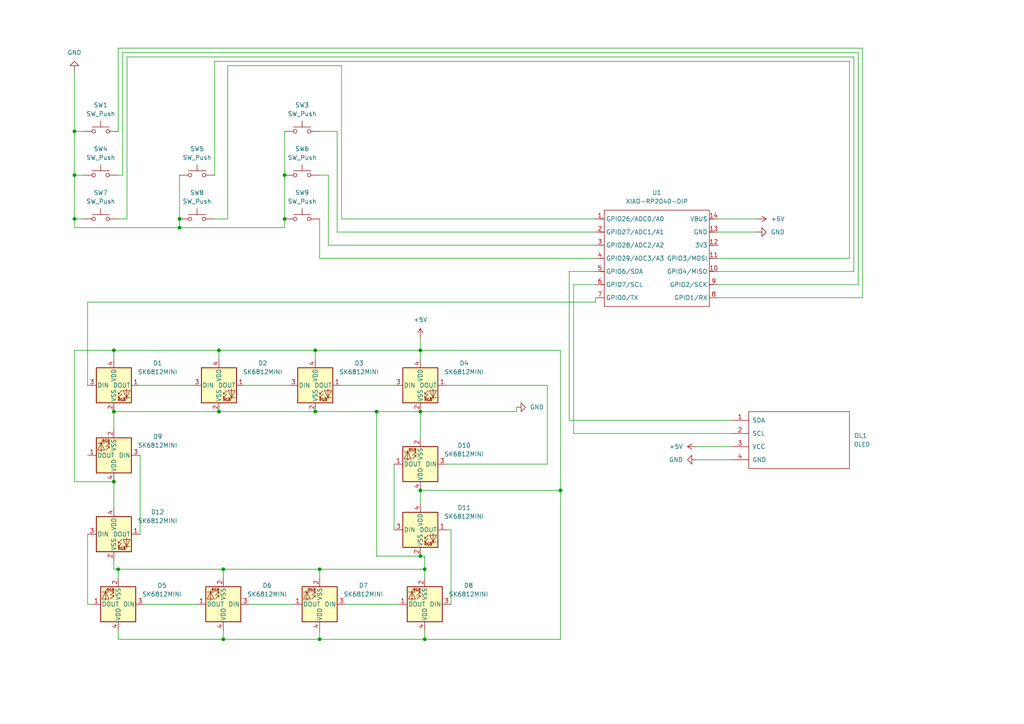
<source format=kicad_sch>
(kicad_sch (version 20250114) (generator "eeschema") (generator_version "9.0")
  (paper "A4")
  (lib_symbols
    (symbol "LED:SK6812MINI" (pin_names (offset 0.254))
      (property "Reference" "D" (at 5.08 5.715 0))
      (property "Value" "SK6812MINI" (at 1.27 -5.715 0))
      (symbol "SK6812MINI_0_0"
        (text "RGB" (at 2.286 -4.191 0) (effects (font (size 0.762 0.762))))
      )
      (symbol "SK6812MINI_0_1"
        (polyline (pts (xy 1.27 -2.54) (xy 1.778 -2.54)))
        (polyline (pts (xy 1.27 -3.556) (xy 1.778 -3.556)))
        (polyline (pts (xy 2.286 -1.524) (xy 1.27 -2.54) (xy 1.27 -2.032)))
        (polyline (pts (xy 2.286 -2.54) (xy 1.27 -3.556) (xy 1.27 -3.048)))
        (polyline (pts (xy 3.683 -1.016) (xy 3.683 -3.556) (xy 3.683 -4.064)))
        (polyline (pts (xy 4.699 -1.524) (xy 2.667 -1.524) (xy 3.683 -3.556) (xy 4.699 -1.524)))
        (polyline (pts (xy 4.699 -3.556) (xy 2.667 -3.556)))
        (rectangle (start 5.08 5.08) (end -5.08 -5.08) (stroke (width 0.254)) (fill (type background)))
      )
      (symbol "SK6812MINI_1_1"
        (pin input line (at -7.62 0 0) (length 2.54) (name "DIN") (number "3"))
        (pin power_in line (at 0 7.62 270) (length 2.54) (name "VDD") (number "4"))
        (pin power_in line (at 0 -7.62 90) (length 2.54) (name "VSS") (number "2"))
        (pin output line (at 7.62 0 180) (length 2.54) (name "DOUT") (number "1"))
      )
    )
    (symbol "OLED:OLED" (pin_names (offset 1.016))
      (property "Reference" "OL" (at 0 2.54 0))
      (property "Value" "OLED" (at 0 -1.27 0))
      (symbol "OLED_0_1"
        (rectangle (start -13.97 8.89) (end 15.24 -7.62))
      )
      (symbol "OLED_1_1"
        (pin bidirectional line (at -19.05 6.35 0) (length 5.08) (name "SDA") (number "1"))
        (pin bidirectional line (at -19.05 2.54 0) (length 5.08) (name "SCL") (number "2"))
        (pin power_in line (at -19.05 -1.27 0) (length 5.08) (name "VCC") (number "3"))
        (pin power_in line (at -19.05 -5.08 0) (length 5.08) (name "GND") (number "4"))
      )
    )
    (symbol "OPL:XIAO-RP2040-DIP"
      (property "Reference" "U" (at 0 0 0))
      (property "Value" "XIAO-RP2040-DIP" (at 5.334 -1.778 0))
      (symbol "XIAO-RP2040-DIP_1_0"
        (polyline (pts (xy -1.27 -2.54) (xy 29.21 -2.54)) (stroke (width 0.1524)))
        (polyline (pts (xy -1.27 -5.08) (xy -2.54 -5.08)) (stroke (width 0.1524)))
        (polyline (pts (xy -1.27 -5.08) (xy -1.27 -2.54)) (stroke (width 0.1524)))
        (polyline (pts (xy -1.27 -8.89) (xy -2.54 -8.89)) (stroke (width 0.1524)))
        (polyline (pts (xy -1.27 -8.89) (xy -1.27 -5.08)) (stroke (width 0.1524)))
        (polyline (pts (xy -1.27 -12.7) (xy -2.54 -12.7)) (stroke (width 0.1524)))
        (polyline (pts (xy -1.27 -12.7) (xy -1.27 -8.89)) (stroke (width 0.1524)))
        (polyline (pts (xy -1.27 -16.51) (xy -2.54 -16.51)) (stroke (width 0.1524)))
        (polyline (pts (xy -1.27 -16.51) (xy -1.27 -12.7)) (stroke (width 0.1524)))
        (polyline (pts (xy -1.27 -20.32) (xy -2.54 -20.32)) (stroke (width 0.1524)))
        (polyline (pts (xy -1.27 -24.13) (xy -2.54 -24.13)) (stroke (width 0.1524)))
        (polyline (pts (xy -1.27 -27.94) (xy -2.54 -27.94)) (stroke (width 0.1524)))
        (polyline (pts (xy -1.27 -30.48) (xy -1.27 -16.51)) (stroke (width 0.1524)))
        (polyline (pts (xy 29.21 -2.54) (xy 29.21 -5.08)) (stroke (width 0.1524)))
        (polyline (pts (xy 29.21 -5.08) (xy 29.21 -8.89)) (stroke (width 0.1524)))
        (polyline (pts (xy 29.21 -8.89) (xy 29.21 -12.7)) (stroke (width 0.1524)))
        (polyline (pts (xy 29.21 -12.7) (xy 29.21 -30.48)) (stroke (width 0.1524)))
        (polyline (pts (xy 29.21 -30.48) (xy -1.27 -30.48)) (stroke (width 0.1524)))
        (polyline (pts (xy 30.48 -5.08) (xy 29.21 -5.08)) (stroke (width 0.1524)))
        (polyline (pts (xy 30.48 -8.89) (xy 29.21 -8.89)) (stroke (width 0.1524)))
        (polyline (pts (xy 30.48 -12.7) (xy 29.21 -12.7)) (stroke (width 0.1524)))
        (polyline (pts (xy 30.48 -16.51) (xy 29.21 -16.51)) (stroke (width 0.1524)))
        (polyline (pts (xy 30.48 -20.32) (xy 29.21 -20.32)) (stroke (width 0.1524)))
        (polyline (pts (xy 30.48 -24.13) (xy 29.21 -24.13)) (stroke (width 0.1524)))
        (polyline (pts (xy 30.48 -27.94) (xy 29.21 -27.94)) (stroke (width 0.1524)))
        (pin passive line (at -3.81 -5.08 0) (length 2.54) (name "GPIO26/ADC0/A0") (number "1"))
        (pin passive line (at -3.81 -8.89 0) (length 2.54) (name "GPIO27/ADC1/A1") (number "2"))
        (pin passive line (at -3.81 -12.7 0) (length 2.54) (name "GPIO28/ADC2/A2") (number "3"))
        (pin passive line (at -3.81 -16.51 0) (length 2.54) (name "GPIO29/ADC3/A3") (number "4"))
        (pin passive line (at -3.81 -20.32 0) (length 2.54) (name "GPIO6/SDA") (number "5"))
        (pin passive line (at -3.81 -24.13 0) (length 2.54) (name "GPIO7/SCL") (number "6"))
        (pin passive line (at -3.81 -27.94 0) (length 2.54) (name "GPIO0/TX") (number "7"))
        (pin passive line (at 31.75 -5.08 180) (length 2.54) (name "VBUS") (number "14"))
        (pin passive line (at 31.75 -8.89 180) (length 2.54) (name "GND") (number "13"))
        (pin passive line (at 31.75 -12.7 180) (length 2.54) (name "3V3") (number "12"))
        (pin passive line (at 31.75 -16.51 180) (length 2.54) (name "GPIO3/MOSI") (number "11"))
        (pin passive line (at 31.75 -20.32 180) (length 2.54) (name "GPIO4/MISO") (number "10"))
        (pin passive line (at 31.75 -24.13 180) (length 2.54) (name "GPIO2/SCK") (number "9"))
        (pin passive line (at 31.75 -27.94 180) (length 2.54) (name "GPIO1/RX") (number "8"))
      )
    )
    (symbol "Switch:SW_Push" (pin_numbers (hide yes)) (pin_names (offset 1.016) (hide yes))
      (property "Reference" "SW" (at 1.27 2.54 0))
      (property "Value" "SW_Push" (at 0 -1.524 0))
      (symbol "SW_Push_0_1"
        (circle (center -2.032 0) (radius 0.508))
        (polyline (pts (xy 0 1.27) (xy 0 3.048)))
        (circle (center 2.032 0) (radius 0.508))
        (polyline (pts (xy 2.54 1.27) (xy -2.54 1.27)))
        (pin passive line (at -5.08 0 0) (length 2.54) (name "1") (number "1"))
        (pin passive line (at 5.08 0 180) (length 2.54) (name "2") (number "2"))
      )
    )
    (symbol "power:+5V" (power) (pin_numbers (hide yes)) (pin_names (offset 0) (hide yes))
      (property "Value" "+5V" (at 0 3.556 0))
      (symbol "+5V_0_1"
        (polyline (pts (xy -0.762 1.27) (xy 0 2.54)))
        (polyline (pts (xy 0 2.54) (xy 0.762 1.27)))
        (polyline (pts (xy 0 0) (xy 0 2.54)))
      )
      (symbol "+5V_1_1"
        (pin power_in line (at 0 0 90) (length 0) (name "~") (number "1"))
      )
    )
    (symbol "power:GND" (power) (pin_numbers (hide yes)) (pin_names (offset 0) (hide yes))
      (property "Value" "GND" (at 0 -3.81 0))
      (symbol "GND_0_1"
        (polyline (pts (xy 0 0) (xy 0 -1.27) (xy 1.27 -1.27) (xy 0 -2.54) (xy -1.27 -1.27) (xy 0 -1.27)))
      )
      (symbol "GND_1_1"
        (pin power_in line (at 0 0 270) (length 0) (name "~") (number "1"))
      )
    )
  )
  (junction (at 64.77 165.1))
  (junction (at 52.07 66.04))
  (junction (at 34.29 165.1))
  (junction (at 109.22 119.38))
  (junction (at 92.71 185.42))
  (junction (at 63.5 101.6))
  (junction (at 33.02 139.7))
  (junction (at 121.92 101.6))
  (junction (at 52.07 63.5))
  (junction (at 63.5 119.38))
  (junction (at 121.92 119.38))
  (junction (at 92.71 165.1))
  (junction (at 123.19 165.1))
  (junction (at 91.44 101.6))
  (junction (at 121.92 161.29))
  (junction (at 82.55 63.5))
  (junction (at 91.44 119.38))
  (junction (at 162.56 142.24))
  (junction (at 121.92 142.24))
  (junction (at 21.59 63.5))
  (junction (at 82.55 50.8))
  (junction (at 33.02 101.6))
  (junction (at 21.59 38.1))
  (junction (at 123.19 185.42))
  (junction (at 33.02 119.38))
  (junction (at 64.77 185.42))
  (junction (at 21.59 50.8))
  (wire (pts (xy 91.44 101.6) (xy 121.92 101.6)))
  (wire (pts (xy 63.5 101.6) (xy 91.44 101.6)))
  (wire (pts (xy 21.59 139.7) (xy 21.59 101.6)))
  (wire (pts (xy 71.12 111.76) (xy 83.82 111.76)))
  (wire (pts (xy 121.92 142.24) (xy 162.56 142.24)))
  (wire (pts (xy 40.64 132.08) (xy 40.64 154.94)))
  (wire (pts (xy 34.29 13.97) (xy 250.19 13.97)))
  (wire (pts (xy 21.59 66.04) (xy 21.59 63.5)))
  (wire (pts (xy 92.71 38.1) (xy 97.79 38.1)))
  (wire (pts (xy 95.25 50.8) (xy 95.25 71.12)))
  (wire (pts (xy 25.4 87.63) (xy 172.72 87.63)))
  (wire (pts (xy 33.02 139.7) (xy 33.02 147.32)))
  (wire (pts (xy 165.1 78.74) (xy 172.72 78.74)))
  (wire (pts (xy 33.02 119.38) (xy 33.02 124.46)))
  (wire (pts (xy 82.55 50.8) (xy 82.55 63.5)))
  (wire (pts (xy 33.02 162.56) (xy 33.02 165.1)))
  (wire (pts (xy 247.65 78.74) (xy 208.28 78.74)))
  (wire (pts (xy 123.19 167.64) (xy 123.19 165.1)))
  (wire (pts (xy 64.77 185.42) (xy 92.71 185.42)))
  (wire (pts (xy 162.56 142.24) (xy 162.56 101.6)))
  (wire (pts (xy 149.86 119.38) (xy 149.86 118.11)))
  (wire (pts (xy 66.04 63.5) (xy 66.04 19.05)))
  (wire (pts (xy 123.19 185.42) (xy 162.56 185.42)))
  (wire (pts (xy 114.3 134.62) (xy 114.3 153.67)))
  (wire (pts (xy 91.44 119.38) (xy 109.22 119.38)))
  (wire (pts (xy 109.22 161.29) (xy 109.22 119.38)))
  (wire (pts (xy 121.92 97.79) (xy 121.92 101.6)))
  (wire (pts (xy 63.5 101.6) (xy 63.5 104.14)))
  (wire (pts (xy 248.92 15.24) (xy 248.92 82.55)))
  (wire (pts (xy 95.25 71.12) (xy 172.72 71.12)))
  (wire (pts (xy 121.92 142.24) (xy 121.92 146.05)))
  (wire (pts (xy 66.04 19.05) (xy 99.06 19.05)))
  (wire (pts (xy 21.59 50.8) (xy 24.13 50.8)))
  (wire (pts (xy 92.71 165.1) (xy 123.19 165.1)))
  (wire (pts (xy 34.29 185.42) (xy 64.77 185.42)))
  (wire (pts (xy 208.28 63.5) (xy 219.71 63.5)))
  (wire (pts (xy 82.55 38.1) (xy 82.55 50.8)))
  (wire (pts (xy 24.13 63.5) (xy 21.59 63.5)))
  (wire (pts (xy 99.06 63.5) (xy 172.72 63.5)))
  (wire (pts (xy 247.65 16.51) (xy 247.65 78.74)))
  (wire (pts (xy 208.28 67.31) (xy 219.71 67.31)))
  (wire (pts (xy 99.06 19.05) (xy 99.06 63.5)))
  (wire (pts (xy 158.75 111.76) (xy 158.75 134.62)))
  (wire (pts (xy 92.71 74.93) (xy 172.72 74.93)))
  (wire (pts (xy 64.77 165.1) (xy 92.71 165.1)))
  (wire (pts (xy 33.02 101.6) (xy 63.5 101.6)))
  (wire (pts (xy 92.71 63.5) (xy 92.71 74.93)))
  (wire (pts (xy 64.77 165.1) (xy 64.77 167.64)))
  (wire (pts (xy 21.59 38.1) (xy 21.59 50.8)))
  (wire (pts (xy 166.37 125.73) (xy 166.37 82.55)))
  (wire (pts (xy 24.13 38.1) (xy 21.59 38.1)))
  (wire (pts (xy 100.33 175.26) (xy 115.57 175.26)))
  (wire (pts (xy 201.93 129.54) (xy 212.09 129.54)))
  (wire (pts (xy 21.59 50.8) (xy 21.59 63.5)))
  (wire (pts (xy 33.02 119.38) (xy 63.5 119.38)))
  (wire (pts (xy 34.29 38.1) (xy 34.29 13.97)))
  (wire (pts (xy 121.92 119.38) (xy 149.86 119.38)))
  (wire (pts (xy 64.77 182.88) (xy 64.77 185.42)))
  (wire (pts (xy 52.07 66.04) (xy 82.55 66.04)))
  (wire (pts (xy 62.23 50.8) (xy 62.23 17.78)))
  (wire (pts (xy 34.29 182.88) (xy 34.29 185.42)))
  (wire (pts (xy 33.02 165.1) (xy 34.29 165.1)))
  (wire (pts (xy 91.44 101.6) (xy 91.44 104.14)))
  (wire (pts (xy 166.37 82.55) (xy 172.72 82.55)))
  (wire (pts (xy 129.54 111.76) (xy 158.75 111.76)))
  (wire (pts (xy 36.83 63.5) (xy 36.83 16.51)))
  (wire (pts (xy 82.55 63.5) (xy 82.55 66.04)))
  (wire (pts (xy 52.07 66.04) (xy 21.59 66.04)))
  (wire (pts (xy 41.91 175.26) (xy 57.15 175.26)))
  (wire (pts (xy 34.29 167.64) (xy 34.29 165.1)))
  (wire (pts (xy 21.59 20.32) (xy 21.59 38.1)))
  (wire (pts (xy 34.29 63.5) (xy 36.83 63.5)))
  (wire (pts (xy 92.71 165.1) (xy 92.71 167.64)))
  (wire (pts (xy 129.54 153.67) (xy 130.81 153.67)))
  (wire (pts (xy 72.39 175.26) (xy 85.09 175.26)))
  (wire (pts (xy 62.23 17.78) (xy 246.38 17.78)))
  (wire (pts (xy 52.07 63.5) (xy 52.07 66.04)))
  (wire (pts (xy 92.71 50.8) (xy 95.25 50.8)))
  (wire (pts (xy 250.19 86.36) (xy 208.28 86.36)))
  (wire (pts (xy 123.19 182.88) (xy 123.19 185.42)))
  (wire (pts (xy 250.19 13.97) (xy 250.19 86.36)))
  (wire (pts (xy 99.06 111.76) (xy 114.3 111.76)))
  (wire (pts (xy 36.83 16.51) (xy 247.65 16.51)))
  (wire (pts (xy 123.19 161.29) (xy 121.92 161.29)))
  (wire (pts (xy 123.19 165.1) (xy 123.19 161.29)))
  (wire (pts (xy 201.93 133.35) (xy 212.09 133.35)))
  (wire (pts (xy 121.92 161.29) (xy 109.22 161.29)))
  (wire (pts (xy 92.71 182.88) (xy 92.71 185.42)))
  (wire (pts (xy 246.38 74.93) (xy 208.28 74.93)))
  (wire (pts (xy 97.79 38.1) (xy 97.79 67.31)))
  (wire (pts (xy 109.22 119.38) (xy 121.92 119.38)))
  (wire (pts (xy 162.56 142.24) (xy 162.56 185.42)))
  (wire (pts (xy 162.56 101.6) (xy 121.92 101.6)))
  (wire (pts (xy 97.79 67.31) (xy 172.72 67.31)))
  (wire (pts (xy 212.09 121.92) (xy 165.1 121.92)))
  (wire (pts (xy 40.64 111.76) (xy 55.88 111.76)))
  (wire (pts (xy 248.92 82.55) (xy 208.28 82.55)))
  (wire (pts (xy 25.4 154.94) (xy 25.4 175.26)))
  (wire (pts (xy 21.59 101.6) (xy 33.02 101.6)))
  (wire (pts (xy 165.1 121.92) (xy 165.1 78.74)))
  (wire (pts (xy 26.67 175.26) (xy 25.4 175.26)))
  (wire (pts (xy 121.92 119.38) (xy 121.92 127)))
  (wire (pts (xy 34.29 50.8) (xy 35.56 50.8)))
  (wire (pts (xy 130.81 153.67) (xy 130.81 175.26)))
  (wire (pts (xy 33.02 104.14) (xy 33.02 101.6)))
  (wire (pts (xy 34.29 165.1) (xy 64.77 165.1)))
  (wire (pts (xy 35.56 15.24) (xy 248.92 15.24)))
  (wire (pts (xy 92.71 185.42) (xy 123.19 185.42)))
  (wire (pts (xy 246.38 17.78) (xy 246.38 74.93)))
  (wire (pts (xy 158.75 134.62) (xy 129.54 134.62)))
  (wire (pts (xy 35.56 50.8) (xy 35.56 15.24)))
  (wire (pts (xy 121.92 101.6) (xy 121.92 104.14)))
  (wire (pts (xy 25.4 111.76) (xy 25.4 87.63)))
  (wire (pts (xy 172.72 87.63) (xy 172.72 86.36)))
  (wire (pts (xy 52.07 50.8) (xy 52.07 63.5)))
  (wire (pts (xy 212.09 125.73) (xy 166.37 125.73)))
  (wire (pts (xy 62.23 63.5) (xy 66.04 63.5)))
  (wire (pts (xy 33.02 139.7) (xy 21.59 139.7)))
  (wire (pts (xy 63.5 119.38) (xy 91.44 119.38)))
  (symbol (lib_id "Switch:SW_Push") (at 29.21 63.5 0) (unit 1)
    (property "Reference" "SW7" (at 29.21 55.88 0))
    (property "Value" "SW_Push" (at 29.21 58.42 0))
    (property "Footprint" "Button_Switch_Keyboard:SW_Cherry_MX_1.00u_PCB" (effects (hide yes)))
    (property "Description" "Push button switch, generic, two pins" (effects (hide yes)))
  )
  (symbol (lib_id "LED:SK6812MINI") (at 91.44 111.76 0) (unit 1)
    (property "Reference" "D3" (at 104.14 105.3398 0))
    (property "Value" "SK6812MINI" (at 104.14 107.8798 0))
    (property "Footprint" "LED_SMD:LED_SK6812MINI_PLCC4_3.5x3.5mm_P1.75mm" (effects (hide yes)))
    (property "Datasheet" "https://cdn-shop.adafruit.com/product-files/2686/SK6812MINI_REV.01-1-2.pdf" (effects (hide yes)))
    (property "Description" "RGB LED with integrated controller" (effects (hide yes)))
  )
  (symbol (lib_id "Switch:SW_Push") (at 87.63 50.8 0) (unit 1)
    (property "Reference" "SW6" (at 87.63 43.18 0))
    (property "Value" "SW_Push" (at 87.63 45.72 0))
    (property "Footprint" "Button_Switch_Keyboard:SW_Cherry_MX_1.00u_PCB" (effects (hide yes)))
    (property "Description" "Push button switch, generic, two pins" (effects (hide yes)))
  )
  (symbol (lib_id "power:+5V") (at 121.92 97.79 0) (unit 1)
    (property "Reference" "#PWR01" (effects (hide yes)))
    (property "Value" "+5V" (at 121.92 92.71 0))
    (property "Description" "Power symbol creates a global label with name \"+5V\"" (effects (hide yes)))
  )
  (symbol (lib_id "LED:SK6812MINI") (at 121.92 153.67 0) (unit 1)
    (property "Reference" "D11" (at 134.62 147.2498 0))
    (property "Value" "SK6812MINI" (at 134.62 149.7898 0))
    (property "Footprint" "LED_SMD:LED_SK6812MINI_PLCC4_3.5x3.5mm_P1.75mm" (effects (hide yes)))
    (property "Datasheet" "https://cdn-shop.adafruit.com/product-files/2686/SK6812MINI_REV.01-1-2.pdf" (effects (hide yes)))
    (property "Description" "RGB LED with integrated controller" (effects (hide yes)))
  )
  (symbol (lib_id "power:+5V") (at 201.93 129.54 90) (unit 1)
    (property "Reference" "#PWR06" (effects (hide yes)))
    (property "Value" "+5V" (at 198.12 129.5399 90) (effects (justify left)))
    (property "Description" "Power symbol creates a global label with name \"+5V\"" (effects (hide yes)))
  )
  (symbol (lib_id "Switch:SW_Push") (at 29.21 38.1 0) (unit 1)
    (property "Reference" "SW1" (at 29.21 30.48 0))
    (property "Value" "SW_Push" (at 29.21 33.02 0))
    (property "Footprint" "Button_Switch_Keyboard:SW_Cherry_MX_1.00u_PCB" (effects (hide yes)))
    (property "Description" "Push button switch, generic, two pins" (effects (hide yes)))
  )
  (symbol (lib_id "power:GND") (at 149.86 118.11 90) (unit 1)
    (property "Reference" "#PWR04" (effects (hide yes)))
    (property "Value" "GND" (at 153.67 118.1099 90) (effects (justify right)))
    (property "Description" "Power symbol creates a global label with name \"GND\" , ground" (effects (hide yes)))
  )
  (symbol (lib_id "LED:SK6812MINI") (at 33.02 111.76 0) (unit 1)
    (property "Reference" "D1" (at 45.72 105.3398 0))
    (property "Value" "SK6812MINI" (at 45.72 107.8798 0))
    (property "Footprint" "LED_SMD:LED_SK6812MINI_PLCC4_3.5x3.5mm_P1.75mm" (effects (hide yes)))
    (property "Datasheet" "https://cdn-shop.adafruit.com/product-files/2686/SK6812MINI_REV.01-1-2.pdf" (effects (hide yes)))
    (property "Description" "RGB LED with integrated controller" (effects (hide yes)))
  )
  (symbol (lib_id "OLED:OLED") (at 231.14 128.27 0) (unit 1)
    (property "Reference" "OL1" (at 247.65 126.365 0) (effects (font (size 1.2954 1.2954)) (justify left)))
    (property "Value" "OLED" (at 247.65 128.905 0) (effects (font (size 1.1938 1.1938)) (justify left)))
    (property "Footprint" "OLED:SSD1306-0.91-OLED-4pin-128x32" (effects (hide yes)))
  )
  (symbol (lib_id "OPL:XIAO-RP2040-DIP") (at 176.53 58.42 0) (unit 1)
    (property "Reference" "U1" (at 190.5 55.88 0))
    (property "Value" "XIAO-RP2040-DIP" (at 190.5 58.42 0))
    (property "Footprint" "OPL:XIAO-RP2040-DIP" (effects (hide yes)))
  )
  (symbol (lib_id "Switch:SW_Push") (at 87.63 63.5 0) (unit 1)
    (property "Reference" "SW9" (at 87.63 55.88 0))
    (property "Value" "SW_Push" (at 87.63 58.42 0))
    (property "Footprint" "Button_Switch_Keyboard:SW_Cherry_MX_1.00u_PCB" (effects (hide yes)))
    (property "Description" "Push button switch, generic, two pins" (effects (hide yes)))
  )
  (symbol (lib_id "LED:SK6812MINI") (at 121.92 134.62 180) (unit 1)
    (property "Reference" "D10" (at 134.62 129.1746 0))
    (property "Value" "SK6812MINI" (at 134.62 131.7146 0))
    (property "Footprint" "LED_SMD:LED_SK6812MINI_PLCC4_3.5x3.5mm_P1.75mm" (effects (hide yes)))
    (property "Datasheet" "https://cdn-shop.adafruit.com/product-files/2686/SK6812MINI_REV.01-1-2.pdf" (effects (hide yes)))
    (property "Description" "RGB LED with integrated controller" (effects (hide yes)))
  )
  (symbol (lib_id "LED:SK6812MINI") (at 63.5 111.76 0) (unit 1)
    (property "Reference" "D2" (at 76.2 105.3398 0))
    (property "Value" "SK6812MINI" (at 76.2 107.8798 0))
    (property "Footprint" "LED_SMD:LED_SK6812MINI_PLCC4_3.5x3.5mm_P1.75mm" (effects (hide yes)))
    (property "Datasheet" "https://cdn-shop.adafruit.com/product-files/2686/SK6812MINI_REV.01-1-2.pdf" (effects (hide yes)))
    (property "Description" "RGB LED with integrated controller" (effects (hide yes)))
  )
  (symbol (lib_id "LED:SK6812MINI") (at 123.19 175.26 180) (unit 1)
    (property "Reference" "D8" (at 135.89 169.8146 0))
    (property "Value" "SK6812MINI" (at 135.89 172.3546 0))
    (property "Footprint" "LED_SMD:LED_SK6812MINI_PLCC4_3.5x3.5mm_P1.75mm" (effects (hide yes)))
    (property "Datasheet" "https://cdn-shop.adafruit.com/product-files/2686/SK6812MINI_REV.01-1-2.pdf" (effects (hide yes)))
    (property "Description" "RGB LED with integrated controller" (effects (hide yes)))
  )
  (symbol (lib_id "power:GND") (at 219.71 67.31 90) (unit 1)
    (property "Reference" "#PWR02" (effects (hide yes)))
    (property "Value" "GND" (at 223.52 67.3099 90) (effects (justify right)))
    (property "Description" "Power symbol creates a global label with name \"GND\" , ground" (effects (hide yes)))
  )
  (symbol (lib_id "LED:SK6812MINI") (at 121.92 111.76 0) (unit 1)
    (property "Reference" "D4" (at 134.62 105.3398 0))
    (property "Value" "SK6812MINI" (at 134.62 107.8798 0))
    (property "Footprint" "LED_SMD:LED_SK6812MINI_PLCC4_3.5x3.5mm_P1.75mm" (effects (hide yes)))
    (property "Datasheet" "https://cdn-shop.adafruit.com/product-files/2686/SK6812MINI_REV.01-1-2.pdf" (effects (hide yes)))
    (property "Description" "RGB LED with integrated controller" (effects (hide yes)))
  )
  (symbol (lib_id "power:GND") (at 21.59 20.32 180) (unit 1)
    (property "Reference" "#PWR05" (effects (hide yes)))
    (property "Value" "GND" (at 21.59 15.24 0))
    (property "Description" "Power symbol creates a global label with name \"GND\" , ground" (effects (hide yes)))
  )
  (symbol (lib_id "power:GND") (at 201.93 133.35 270) (unit 1)
    (property "Reference" "#PWR07" (effects (hide yes)))
    (property "Value" "GND" (at 198.12 133.3499 90) (effects (justify right)))
    (property "Description" "Power symbol creates a global label with name \"GND\" , ground" (effects (hide yes)))
  )
  (symbol (lib_id "LED:SK6812MINI") (at 33.02 154.94 0) (unit 1)
    (property "Reference" "D12" (at 45.72 148.5198 0))
    (property "Value" "SK6812MINI" (at 45.72 151.0598 0))
    (property "Footprint" "LED_SMD:LED_SK6812MINI_PLCC4_3.5x3.5mm_P1.75mm" (effects (hide yes)))
    (property "Datasheet" "https://cdn-shop.adafruit.com/product-files/2686/SK6812MINI_REV.01-1-2.pdf" (effects (hide yes)))
    (property "Description" "RGB LED with integrated controller" (effects (hide yes)))
  )
  (symbol (lib_id "LED:SK6812MINI") (at 92.71 175.26 180) (unit 1)
    (property "Reference" "D7" (at 105.41 169.8146 0))
    (property "Value" "SK6812MINI" (at 105.41 172.3546 0))
    (property "Footprint" "LED_SMD:LED_SK6812MINI_PLCC4_3.5x3.5mm_P1.75mm" (effects (hide yes)))
    (property "Datasheet" "https://cdn-shop.adafruit.com/product-files/2686/SK6812MINI_REV.01-1-2.pdf" (effects (hide yes)))
    (property "Description" "RGB LED with integrated controller" (effects (hide yes)))
  )
  (symbol (lib_id "Switch:SW_Push") (at 29.21 50.8 0) (unit 1)
    (property "Reference" "SW4" (at 29.21 43.18 0))
    (property "Value" "SW_Push" (at 29.21 45.72 0))
    (property "Footprint" "Button_Switch_Keyboard:SW_Cherry_MX_1.00u_PCB" (effects (hide yes)))
    (property "Description" "Push button switch, generic, two pins" (effects (hide yes)))
  )
  (symbol (lib_id "Switch:SW_Push") (at 87.63 38.1 0) (unit 1)
    (property "Reference" "SW3" (at 87.63 30.48 0))
    (property "Value" "SW_Push" (at 87.63 33.02 0))
    (property "Footprint" "Button_Switch_Keyboard:SW_Cherry_MX_1.00u_PCB" (effects (hide yes)))
    (property "Description" "Push button switch, generic, two pins" (effects (hide yes)))
  )
  (symbol (lib_id "LED:SK6812MINI") (at 33.02 132.08 180) (unit 1)
    (property "Reference" "D9" (at 45.72 126.6346 0))
    (property "Value" "SK6812MINI" (at 45.72 129.1746 0))
    (property "Footprint" "LED_SMD:LED_SK6812MINI_PLCC4_3.5x3.5mm_P1.75mm" (effects (hide yes)))
    (property "Datasheet" "https://cdn-shop.adafruit.com/product-files/2686/SK6812MINI_REV.01-1-2.pdf" (effects (hide yes)))
    (property "Description" "RGB LED with integrated controller" (effects (hide yes)))
  )
  (symbol (lib_id "LED:SK6812MINI") (at 64.77 175.26 180) (unit 1)
    (property "Reference" "D6" (at 77.47 169.8146 0))
    (property "Value" "SK6812MINI" (at 77.47 172.3546 0))
    (property "Footprint" "LED_SMD:LED_SK6812MINI_PLCC4_3.5x3.5mm_P1.75mm" (effects (hide yes)))
    (property "Datasheet" "https://cdn-shop.adafruit.com/product-files/2686/SK6812MINI_REV.01-1-2.pdf" (effects (hide yes)))
    (property "Description" "RGB LED with integrated controller" (effects (hide yes)))
  )
  (symbol (lib_id "Switch:SW_Push") (at 57.15 63.5 0) (unit 1)
    (property "Reference" "SW8" (at 57.15 55.88 0))
    (property "Value" "SW_Push" (at 57.15 58.42 0))
    (property "Footprint" "Button_Switch_Keyboard:SW_Cherry_MX_1.00u_PCB" (effects (hide yes)))
    (property "Description" "Push button switch, generic, two pins" (effects (hide yes)))
  )
  (symbol (lib_id "Switch:SW_Push") (at 57.15 50.8 0) (unit 1)
    (property "Reference" "SW5" (at 57.15 43.18 0))
    (property "Value" "SW_Push" (at 57.15 45.72 0))
    (property "Footprint" "Button_Switch_Keyboard:SW_Cherry_MX_1.00u_PCB" (effects (hide yes)))
    (property "Description" "Push button switch, generic, two pins" (effects (hide yes)))
  )
  (symbol (lib_id "power:+5V") (at 219.71 63.5 270) (unit 1)
    (property "Reference" "#PWR03" (effects (hide yes)))
    (property "Value" "+5V" (at 223.52 63.4999 90) (effects (justify left)))
    (property "Description" "Power symbol creates a global label with name \"+5V\"" (effects (hide yes)))
  )
  (symbol (lib_id "LED:SK6812MINI") (at 34.29 175.26 180) (unit 1)
    (property "Reference" "D5" (at 46.99 169.8146 0))
    (property "Value" "SK6812MINI" (at 46.99 172.3546 0))
    (property "Footprint" "LED_SMD:LED_SK6812MINI_PLCC4_3.5x3.5mm_P1.75mm" (effects (hide yes)))
    (property "Datasheet" "https://cdn-shop.adafruit.com/product-files/2686/SK6812MINI_REV.01-1-2.pdf" (effects (hide yes)))
    (property "Description" "RGB LED with integrated controller" (effects (hide yes)))
  )
)
</source>
